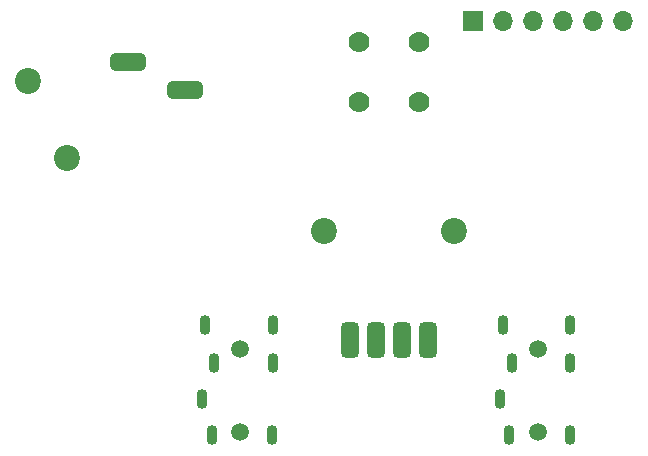
<source format=gbs>
G04 #@! TF.GenerationSoftware,KiCad,Pcbnew,(6.0.0)*
G04 #@! TF.CreationDate,2022-01-15T05:03:17-05:00*
G04 #@! TF.ProjectId,spin-tgd-control,7370696e-2d74-4676-942d-636f6e74726f,rev?*
G04 #@! TF.SameCoordinates,Original*
G04 #@! TF.FileFunction,Soldermask,Bot*
G04 #@! TF.FilePolarity,Negative*
%FSLAX46Y46*%
G04 Gerber Fmt 4.6, Leading zero omitted, Abs format (unit mm)*
G04 Created by KiCad (PCBNEW (6.0.0)) date 2022-01-15 05:03:17*
%MOMM*%
%LPD*%
G01*
G04 APERTURE LIST*
G04 Aperture macros list*
%AMRoundRect*
0 Rectangle with rounded corners*
0 $1 Rounding radius*
0 $2 $3 $4 $5 $6 $7 $8 $9 X,Y pos of 4 corners*
0 Add a 4 corners polygon primitive as box body*
4,1,4,$2,$3,$4,$5,$6,$7,$8,$9,$2,$3,0*
0 Add four circle primitives for the rounded corners*
1,1,$1+$1,$2,$3*
1,1,$1+$1,$4,$5*
1,1,$1+$1,$6,$7*
1,1,$1+$1,$8,$9*
0 Add four rect primitives between the rounded corners*
20,1,$1+$1,$2,$3,$4,$5,0*
20,1,$1+$1,$4,$5,$6,$7,0*
20,1,$1+$1,$6,$7,$8,$9,0*
20,1,$1+$1,$8,$9,$2,$3,0*%
G04 Aperture macros list end*
%ADD10C,1.778000*%
%ADD11C,2.200000*%
%ADD12RoundRect,0.375000X1.125000X-0.375000X1.125000X0.375000X-1.125000X0.375000X-1.125000X-0.375000X0*%
%ADD13C,1.500000*%
%ADD14O,0.900000X1.700000*%
%ADD15RoundRect,0.375000X-0.375000X-1.125000X0.375000X-1.125000X0.375000X1.125000X-0.375000X1.125000X0*%
%ADD16R,1.700000X1.700000*%
%ADD17O,1.700000X1.700000*%
G04 APERTURE END LIST*
D10*
X2514000Y-3014000D03*
X-2566000Y-3014000D03*
X-2566000Y-8094000D03*
X2514000Y-8094000D03*
D11*
X5500000Y-19000000D03*
D12*
X-22100000Y-4700000D03*
D13*
X12600000Y-36000000D03*
X12600000Y-29000000D03*
D14*
X15300000Y-36300000D03*
X10170000Y-36300000D03*
X15340000Y-27000000D03*
X9640000Y-27000000D03*
X10390000Y-30200000D03*
X15340000Y-30200000D03*
X9350000Y-33250000D03*
D15*
X-1100000Y-28250000D03*
D16*
X7100000Y-1200000D03*
D17*
X9640000Y-1200000D03*
X12180000Y-1200000D03*
X14720000Y-1200000D03*
X17260000Y-1200000D03*
X19800000Y-1200000D03*
D11*
X-30550000Y-6300000D03*
D15*
X-3300000Y-28250000D03*
D11*
X-27300000Y-12850000D03*
D15*
X3300000Y-28250000D03*
D12*
X-17300000Y-7100000D03*
D15*
X1100000Y-28250000D03*
D13*
X-12600000Y-29000000D03*
X-12600000Y-36000000D03*
D14*
X-9900000Y-36300000D03*
X-15030000Y-36300000D03*
X-9860000Y-27000000D03*
X-15560000Y-27000000D03*
X-14810000Y-30200000D03*
X-9860000Y-30200000D03*
X-15850000Y-33250000D03*
D11*
X-5500000Y-19000000D03*
M02*

</source>
